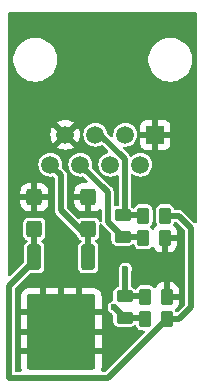
<source format=gtl>
%TF.GenerationSoftware,KiCad,Pcbnew,8.0.4*%
%TF.CreationDate,2024-08-22T22:44:09+01:00*%
%TF.ProjectId,PicoChainTerminator,5069636f-4368-4616-996e-5465726d696e,v1.1*%
%TF.SameCoordinates,Original*%
%TF.FileFunction,Copper,L1,Top*%
%TF.FilePolarity,Positive*%
%FSLAX46Y46*%
G04 Gerber Fmt 4.6, Leading zero omitted, Abs format (unit mm)*
G04 Created by KiCad (PCBNEW 8.0.4) date 2024-08-22 22:44:09*
%MOMM*%
%LPD*%
G01*
G04 APERTURE LIST*
G04 Aperture macros list*
%AMRoundRect*
0 Rectangle with rounded corners*
0 $1 Rounding radius*
0 $2 $3 $4 $5 $6 $7 $8 $9 X,Y pos of 4 corners*
0 Add a 4 corners polygon primitive as box body*
4,1,4,$2,$3,$4,$5,$6,$7,$8,$9,$2,$3,0*
0 Add four circle primitives for the rounded corners*
1,1,$1+$1,$2,$3*
1,1,$1+$1,$4,$5*
1,1,$1+$1,$6,$7*
1,1,$1+$1,$8,$9*
0 Add four rect primitives between the rounded corners*
20,1,$1+$1,$2,$3,$4,$5,0*
20,1,$1+$1,$4,$5,$6,$7,0*
20,1,$1+$1,$6,$7,$8,$9,0*
20,1,$1+$1,$8,$9,$2,$3,0*%
G04 Aperture macros list end*
%TA.AperFunction,SMDPad,CuDef*%
%ADD10RoundRect,0.250000X-0.262500X-0.450000X0.262500X-0.450000X0.262500X0.450000X-0.262500X0.450000X0*%
%TD*%
%TA.AperFunction,SMDPad,CuDef*%
%ADD11RoundRect,0.250000X0.425000X-0.450000X0.425000X0.450000X-0.425000X0.450000X-0.425000X-0.450000X0*%
%TD*%
%TA.AperFunction,SMDPad,CuDef*%
%ADD12RoundRect,0.250000X-0.450000X0.262500X-0.450000X-0.262500X0.450000X-0.262500X0.450000X0.262500X0*%
%TD*%
%TA.AperFunction,SMDPad,CuDef*%
%ADD13RoundRect,0.250000X-0.350000X0.850000X-0.350000X-0.850000X0.350000X-0.850000X0.350000X0.850000X0*%
%TD*%
%TA.AperFunction,SMDPad,CuDef*%
%ADD14RoundRect,0.250000X-1.125000X1.275000X-1.125000X-1.275000X1.125000X-1.275000X1.125000X1.275000X0*%
%TD*%
%TA.AperFunction,SMDPad,CuDef*%
%ADD15RoundRect,0.249997X-2.650003X2.950003X-2.650003X-2.950003X2.650003X-2.950003X2.650003X2.950003X0*%
%TD*%
%TA.AperFunction,SMDPad,CuDef*%
%ADD16RoundRect,0.250000X0.450000X-0.262500X0.450000X0.262500X-0.450000X0.262500X-0.450000X-0.262500X0*%
%TD*%
%TA.AperFunction,ComponentPad*%
%ADD17R,1.500000X1.500000*%
%TD*%
%TA.AperFunction,ComponentPad*%
%ADD18C,1.500000*%
%TD*%
%TA.AperFunction,ViaPad*%
%ADD19C,0.600000*%
%TD*%
%TA.AperFunction,Conductor*%
%ADD20C,0.508000*%
%TD*%
G04 APERTURE END LIST*
D10*
%TO.P,R6,1*%
%TO.N,Net-(J1-Pad6)*%
X101980500Y-87620000D03*
%TO.P,R6,2*%
%TO.N,GND*%
X103805500Y-87620000D03*
%TD*%
D11*
%TO.P,C1,1*%
%TO.N,+12V*%
X97313500Y-86850000D03*
%TO.P,C1,2*%
%TO.N,GND*%
X97313500Y-84150000D03*
%TD*%
%TO.P,C2,1*%
%TO.N,+5V*%
X92741500Y-86850000D03*
%TO.P,C2,2*%
%TO.N,GND*%
X92741500Y-84150000D03*
%TD*%
D12*
%TO.P,R4,1*%
%TO.N,Net-(J1-Pad5)*%
X100226000Y-85691500D03*
%TO.P,R4,2*%
%TO.N,Net-(J1-Pad6)*%
X100226000Y-87516500D03*
%TD*%
D13*
%TO.P,U1,1,VI*%
%TO.N,+12V*%
X97305000Y-89250000D03*
D14*
%TO.P,U1,2,GND*%
%TO.N,GND*%
X96550000Y-93875000D03*
X93500000Y-93875000D03*
D15*
X95025000Y-95550000D03*
D14*
X96550000Y-97225000D03*
X93500000Y-97225000D03*
D13*
%TO.P,U1,3,VO*%
%TO.N,+5V*%
X92745000Y-89250000D03*
%TD*%
D10*
%TO.P,R2,1*%
%TO.N,Net-(J1-Pad4)*%
X102131000Y-94478000D03*
%TO.P,R2,2*%
%TO.N,+5V*%
X103956000Y-94478000D03*
%TD*%
%TO.P,R3,1*%
%TO.N,Net-(J1-Pad3)*%
X102131000Y-92573000D03*
%TO.P,R3,2*%
%TO.N,GND*%
X103956000Y-92573000D03*
%TD*%
D16*
%TO.P,R1,1*%
%TO.N,Net-(J1-Pad4)*%
X100376500Y-94374500D03*
%TO.P,R1,2*%
%TO.N,Net-(J1-Pad3)*%
X100376500Y-92549500D03*
%TD*%
D17*
%TO.P,J1,1*%
%TO.N,GND*%
X102984500Y-78877000D03*
D18*
%TO.P,J1,2*%
%TO.N,unconnected-(J1-Pad2)*%
X101714500Y-81417000D03*
%TO.P,J1,3*%
%TO.N,Net-(J1-Pad3)*%
X100444500Y-78877000D03*
%TO.P,J1,4*%
%TO.N,Net-(J1-Pad4)*%
X99174500Y-81417000D03*
%TO.P,J1,5*%
%TO.N,Net-(J1-Pad5)*%
X97904500Y-78877000D03*
%TO.P,J1,6*%
%TO.N,Net-(J1-Pad6)*%
X96634500Y-81417000D03*
%TO.P,J1,7*%
%TO.N,GND*%
X95364500Y-78877000D03*
%TO.P,J1,8*%
%TO.N,+12V*%
X94094500Y-81417000D03*
%TD*%
D10*
%TO.P,R5,1*%
%TO.N,Net-(J1-Pad5)*%
X101980500Y-85715000D03*
%TO.P,R5,2*%
%TO.N,+5V*%
X103805500Y-85715000D03*
%TD*%
D19*
%TO.N,Net-(J1-Pad3)*%
X100444500Y-90250000D03*
%TO.N,Net-(J1-Pad4)*%
X99501000Y-93499000D03*
%TD*%
D20*
%TO.N,Net-(J1-Pad3)*%
X100444500Y-90250000D02*
X100444500Y-92481500D01*
X100376500Y-92549500D02*
X102107500Y-92549500D01*
X100444500Y-92481500D02*
X100376500Y-92549500D01*
X102107500Y-92549500D02*
X102131000Y-92573000D01*
%TO.N,+5V*%
X90554000Y-99446000D02*
X98988000Y-99446000D01*
X105022000Y-94478000D02*
X106000000Y-93500000D01*
X92741500Y-87074000D02*
X92741500Y-87774000D01*
X92741500Y-87074000D02*
X92741500Y-89521500D01*
X98988000Y-99446000D02*
X103956000Y-94478000D01*
X90554000Y-91716000D02*
X90554000Y-99446000D01*
X106000000Y-93500000D02*
X106000000Y-86750000D01*
X104965000Y-85715000D02*
X103805500Y-85715000D01*
X92745000Y-89525000D02*
X90554000Y-91716000D01*
X106000000Y-86750000D02*
X104965000Y-85715000D01*
X103956000Y-94478000D02*
X105022000Y-94478000D01*
%TO.N,Net-(J1-Pad5)*%
X100378500Y-85539000D02*
X100226000Y-85691500D01*
X100378500Y-80918286D02*
X100378500Y-85539000D01*
X98337214Y-78877000D02*
X100378500Y-80918286D01*
X97904500Y-78877000D02*
X98337214Y-78877000D01*
X101957000Y-85691500D02*
X101980500Y-85715000D01*
X100226000Y-85691500D02*
X101957000Y-85691500D01*
%TO.N,+12V*%
X95000000Y-82322500D02*
X95000000Y-85250000D01*
X97313500Y-87074000D02*
X97313500Y-89516500D01*
X94094500Y-81417000D02*
X95000000Y-82322500D01*
X96824000Y-87074000D02*
X97313500Y-87074000D01*
X95000000Y-85250000D02*
X96824000Y-87074000D01*
%TO.N,Net-(J1-Pad6)*%
X100226000Y-87516500D02*
X101877000Y-87516500D01*
X101877000Y-87516500D02*
X101980500Y-87620000D01*
X96634500Y-81417000D02*
X98956000Y-83738500D01*
X98956000Y-86246500D02*
X100226000Y-87516500D01*
X98956000Y-83738500D02*
X98956000Y-86246500D01*
%TO.N,Net-(J1-Pad4)*%
X99501000Y-93499000D02*
X100376500Y-94374500D01*
X100376500Y-94374500D02*
X102027500Y-94374500D01*
X102027500Y-94374500D02*
X102131000Y-94478000D01*
%TD*%
%TA.AperFunction,Conductor*%
%TO.N,GND*%
G36*
X106441621Y-68520502D02*
G01*
X106488114Y-68574158D01*
X106499500Y-68626500D01*
X106499500Y-86226181D01*
X106479498Y-86294302D01*
X106425842Y-86340795D01*
X106355568Y-86350899D01*
X106290988Y-86321405D01*
X106284405Y-86315276D01*
X105277233Y-85308104D01*
X105277223Y-85308096D01*
X105161278Y-85241155D01*
X105161276Y-85241154D01*
X105161274Y-85241153D01*
X105031945Y-85206500D01*
X105031943Y-85206500D01*
X104672113Y-85206500D01*
X104603992Y-85186498D01*
X104557499Y-85132842D01*
X104554058Y-85124533D01*
X104515342Y-85020733D01*
X104476802Y-84969249D01*
X104428404Y-84904596D01*
X104312267Y-84817658D01*
X104312265Y-84817657D01*
X104312266Y-84817657D01*
X104176349Y-84766962D01*
X104176344Y-84766960D01*
X104176342Y-84766960D01*
X104146298Y-84763730D01*
X104116256Y-84760500D01*
X103494753Y-84760500D01*
X103494729Y-84760502D01*
X103434660Y-84766959D01*
X103434658Y-84766959D01*
X103298733Y-84817657D01*
X103182596Y-84904596D01*
X103095657Y-85020734D01*
X103044962Y-85156650D01*
X103044960Y-85156658D01*
X103038500Y-85216737D01*
X103038500Y-86213246D01*
X103038502Y-86213270D01*
X103044959Y-86273339D01*
X103044959Y-86273341D01*
X103095656Y-86409264D01*
X103098700Y-86414838D01*
X103113788Y-86484213D01*
X103088973Y-86550732D01*
X103074386Y-86565711D01*
X103074850Y-86566175D01*
X102944370Y-86696654D01*
X102944365Y-86696660D01*
X102849325Y-86850745D01*
X102796539Y-86898223D01*
X102726464Y-86909626D01*
X102661348Y-86881333D01*
X102641217Y-86860109D01*
X102603404Y-86809596D01*
X102603402Y-86809595D01*
X102603402Y-86809594D01*
X102548330Y-86768369D01*
X102505783Y-86711534D01*
X102500717Y-86640718D01*
X102534742Y-86578405D01*
X102548330Y-86566631D01*
X102603404Y-86525404D01*
X102690342Y-86409267D01*
X102741040Y-86273342D01*
X102747500Y-86213255D01*
X102747499Y-85216746D01*
X102741040Y-85156658D01*
X102690342Y-85020733D01*
X102603404Y-84904596D01*
X102487267Y-84817658D01*
X102487265Y-84817657D01*
X102487266Y-84817657D01*
X102351349Y-84766962D01*
X102351344Y-84766960D01*
X102351342Y-84766960D01*
X102321298Y-84763730D01*
X102291256Y-84760500D01*
X101669753Y-84760500D01*
X101669729Y-84760502D01*
X101609660Y-84766959D01*
X101609658Y-84766959D01*
X101473733Y-84817657D01*
X101357596Y-84904596D01*
X101270658Y-85020733D01*
X101261480Y-85045340D01*
X101218933Y-85102175D01*
X101152413Y-85126985D01*
X101083039Y-85111893D01*
X101042557Y-85076815D01*
X101036405Y-85068598D01*
X101036406Y-85068598D01*
X101036404Y-85068596D01*
X100937490Y-84994551D01*
X100894945Y-84937716D01*
X100887000Y-84893683D01*
X100887000Y-82303756D01*
X100907002Y-82235635D01*
X100960658Y-82189142D01*
X101030932Y-82179038D01*
X101092931Y-82206355D01*
X101153730Y-82256252D01*
X101328235Y-82349527D01*
X101517584Y-82406965D01*
X101517588Y-82406965D01*
X101517590Y-82406966D01*
X101714497Y-82426360D01*
X101714500Y-82426360D01*
X101714503Y-82426360D01*
X101911409Y-82406966D01*
X101911410Y-82406965D01*
X101911416Y-82406965D01*
X102100765Y-82349527D01*
X102275270Y-82256252D01*
X102428225Y-82130725D01*
X102553752Y-81977770D01*
X102647027Y-81803265D01*
X102704465Y-81613916D01*
X102723860Y-81417000D01*
X102704465Y-81220084D01*
X102647027Y-81030735D01*
X102553752Y-80856230D01*
X102428225Y-80703275D01*
X102275270Y-80577748D01*
X102100765Y-80484473D01*
X101911416Y-80427035D01*
X101911415Y-80427034D01*
X101911409Y-80427033D01*
X101714503Y-80407640D01*
X101714497Y-80407640D01*
X101517590Y-80427033D01*
X101328234Y-80484473D01*
X101153729Y-80577748D01*
X101007524Y-80697736D01*
X100942176Y-80725490D01*
X100872198Y-80713508D01*
X100819806Y-80665596D01*
X100818471Y-80663337D01*
X100785403Y-80606062D01*
X100785398Y-80606056D01*
X100546510Y-80367168D01*
X100273320Y-80093978D01*
X100239297Y-80031668D01*
X100244361Y-79960853D01*
X100286908Y-79904017D01*
X100353428Y-79879206D01*
X100374767Y-79879492D01*
X100444497Y-79886360D01*
X100444500Y-79886360D01*
X100444503Y-79886360D01*
X100641409Y-79866966D01*
X100641410Y-79866965D01*
X100641416Y-79866965D01*
X100830765Y-79809527D01*
X101005270Y-79716252D01*
X101158225Y-79590725D01*
X101283752Y-79437770D01*
X101377027Y-79263265D01*
X101434465Y-79073916D01*
X101435047Y-79068014D01*
X101453860Y-78877002D01*
X101453860Y-78876997D01*
X101434466Y-78680090D01*
X101434465Y-78680088D01*
X101434465Y-78680084D01*
X101377027Y-78490735D01*
X101283752Y-78316230D01*
X101158225Y-78163275D01*
X101054807Y-78078402D01*
X101726500Y-78078402D01*
X101726500Y-78623000D01*
X102701099Y-78623000D01*
X102680424Y-78643675D01*
X102630396Y-78730325D01*
X102604500Y-78826972D01*
X102604500Y-78927028D01*
X102630396Y-79023675D01*
X102680424Y-79110325D01*
X102701099Y-79131000D01*
X101726500Y-79131000D01*
X101726500Y-79675597D01*
X101733005Y-79736093D01*
X101784055Y-79872964D01*
X101784055Y-79872965D01*
X101871595Y-79989904D01*
X101988534Y-80077444D01*
X102125406Y-80128494D01*
X102185902Y-80134999D01*
X102185915Y-80135000D01*
X102730500Y-80135000D01*
X102730500Y-79160401D01*
X102751175Y-79181076D01*
X102837825Y-79231104D01*
X102934472Y-79257000D01*
X103034528Y-79257000D01*
X103131175Y-79231104D01*
X103217825Y-79181076D01*
X103238500Y-79160401D01*
X103238500Y-80135000D01*
X103783085Y-80135000D01*
X103783097Y-80134999D01*
X103843593Y-80128494D01*
X103980464Y-80077444D01*
X103980465Y-80077444D01*
X104097404Y-79989904D01*
X104184944Y-79872965D01*
X104184944Y-79872964D01*
X104235994Y-79736093D01*
X104242499Y-79675597D01*
X104242500Y-79675585D01*
X104242500Y-79131000D01*
X103267901Y-79131000D01*
X103288576Y-79110325D01*
X103338604Y-79023675D01*
X103364500Y-78927028D01*
X103364500Y-78826972D01*
X103338604Y-78730325D01*
X103288576Y-78643675D01*
X103267901Y-78623000D01*
X104242500Y-78623000D01*
X104242500Y-78078414D01*
X104242499Y-78078402D01*
X104235994Y-78017906D01*
X104184944Y-77881035D01*
X104184944Y-77881034D01*
X104097404Y-77764095D01*
X103980465Y-77676555D01*
X103843593Y-77625505D01*
X103783097Y-77619000D01*
X103238500Y-77619000D01*
X103238500Y-78593599D01*
X103217825Y-78572924D01*
X103131175Y-78522896D01*
X103034528Y-78497000D01*
X102934472Y-78497000D01*
X102837825Y-78522896D01*
X102751175Y-78572924D01*
X102730500Y-78593599D01*
X102730500Y-77619000D01*
X102185902Y-77619000D01*
X102125406Y-77625505D01*
X101988535Y-77676555D01*
X101988534Y-77676555D01*
X101871595Y-77764095D01*
X101784055Y-77881034D01*
X101784055Y-77881035D01*
X101733005Y-78017906D01*
X101726500Y-78078402D01*
X101054807Y-78078402D01*
X101005270Y-78037748D01*
X100830765Y-77944473D01*
X100641416Y-77887035D01*
X100641415Y-77887034D01*
X100641409Y-77887033D01*
X100444503Y-77867640D01*
X100444497Y-77867640D01*
X100247590Y-77887033D01*
X100058234Y-77944473D01*
X99883729Y-78037748D01*
X99730775Y-78163275D01*
X99605248Y-78316229D01*
X99511973Y-78490734D01*
X99454533Y-78680090D01*
X99435140Y-78876997D01*
X99435140Y-78877004D01*
X99442007Y-78946733D01*
X99428778Y-79016486D01*
X99379937Y-79068014D01*
X99310992Y-79084957D01*
X99243832Y-79061935D01*
X99227519Y-79048177D01*
X98930172Y-78750830D01*
X98896146Y-78688518D01*
X98895778Y-78686142D01*
X98895675Y-78686163D01*
X98894467Y-78680094D01*
X98894465Y-78680089D01*
X98894465Y-78680084D01*
X98837027Y-78490735D01*
X98743752Y-78316230D01*
X98618225Y-78163275D01*
X98465270Y-78037748D01*
X98290765Y-77944473D01*
X98101416Y-77887035D01*
X98101415Y-77887034D01*
X98101409Y-77887033D01*
X97904503Y-77867640D01*
X97904497Y-77867640D01*
X97707590Y-77887033D01*
X97518234Y-77944473D01*
X97343729Y-78037748D01*
X97190775Y-78163275D01*
X97065248Y-78316229D01*
X96971973Y-78490734D01*
X96914533Y-78680090D01*
X96895140Y-78876997D01*
X96895140Y-78877002D01*
X96914533Y-79073909D01*
X96914534Y-79073915D01*
X96914535Y-79073916D01*
X96971973Y-79263265D01*
X97065248Y-79437770D01*
X97190775Y-79590725D01*
X97343730Y-79716252D01*
X97518235Y-79809527D01*
X97707584Y-79866965D01*
X97707588Y-79866965D01*
X97707590Y-79866966D01*
X97904497Y-79886360D01*
X97904500Y-79886360D01*
X97904503Y-79886360D01*
X98101409Y-79866966D01*
X98101410Y-79866965D01*
X98101416Y-79866965D01*
X98290765Y-79809527D01*
X98377686Y-79763066D01*
X98447192Y-79748593D01*
X98513488Y-79773996D01*
X98526178Y-79785092D01*
X98975127Y-80234041D01*
X99009153Y-80296353D01*
X99004088Y-80367168D01*
X98961541Y-80424004D01*
X98922608Y-80443710D01*
X98788240Y-80484470D01*
X98788235Y-80484472D01*
X98613729Y-80577748D01*
X98460775Y-80703275D01*
X98335248Y-80856229D01*
X98241973Y-81030734D01*
X98184533Y-81220090D01*
X98165140Y-81416997D01*
X98165140Y-81417002D01*
X98184533Y-81613909D01*
X98184534Y-81613915D01*
X98184535Y-81613916D01*
X98241973Y-81803265D01*
X98335248Y-81977770D01*
X98460775Y-82130725D01*
X98613730Y-82256252D01*
X98788235Y-82349527D01*
X98977584Y-82406965D01*
X98977588Y-82406965D01*
X98977590Y-82406966D01*
X99174497Y-82426360D01*
X99174500Y-82426360D01*
X99174503Y-82426360D01*
X99371409Y-82406966D01*
X99371410Y-82406965D01*
X99371416Y-82406965D01*
X99560765Y-82349527D01*
X99684606Y-82283332D01*
X99754109Y-82268861D01*
X99820406Y-82294264D01*
X99862444Y-82351477D01*
X99870000Y-82394455D01*
X99870000Y-84798500D01*
X99849998Y-84866621D01*
X99796342Y-84913114D01*
X99744006Y-84924500D01*
X99727743Y-84924500D01*
X99667660Y-84930959D01*
X99667658Y-84930959D01*
X99634533Y-84943315D01*
X99563717Y-84948381D01*
X99501405Y-84914356D01*
X99467380Y-84852044D01*
X99464500Y-84825260D01*
X99464500Y-83671556D01*
X99464500Y-83671555D01*
X99429847Y-83542226D01*
X99362901Y-83426274D01*
X99268226Y-83331599D01*
X97659823Y-81723195D01*
X97625797Y-81660883D01*
X97625437Y-81620231D01*
X97623858Y-81620076D01*
X97624466Y-81613909D01*
X97643860Y-81417000D01*
X97624465Y-81220084D01*
X97567027Y-81030735D01*
X97473752Y-80856230D01*
X97348225Y-80703275D01*
X97195270Y-80577748D01*
X97020765Y-80484473D01*
X96831416Y-80427035D01*
X96831415Y-80427034D01*
X96831409Y-80427033D01*
X96634503Y-80407640D01*
X96634497Y-80407640D01*
X96437590Y-80427033D01*
X96248234Y-80484473D01*
X96073729Y-80577748D01*
X95920775Y-80703275D01*
X95795248Y-80856229D01*
X95701973Y-81030734D01*
X95644533Y-81220090D01*
X95625140Y-81416997D01*
X95625140Y-81417002D01*
X95644533Y-81613909D01*
X95644534Y-81613915D01*
X95644535Y-81613916D01*
X95701973Y-81803265D01*
X95795248Y-81977770D01*
X95920775Y-82130725D01*
X96073730Y-82256252D01*
X96248235Y-82349527D01*
X96437584Y-82406965D01*
X96437588Y-82406965D01*
X96437590Y-82406966D01*
X96634497Y-82426360D01*
X96634500Y-82426360D01*
X96634502Y-82426360D01*
X96718658Y-82418070D01*
X96831416Y-82406965D01*
X96831417Y-82406964D01*
X96837576Y-82406358D01*
X96837817Y-82408808D01*
X96897718Y-82414161D01*
X96940695Y-82442323D01*
X97225277Y-82726905D01*
X97259303Y-82789217D01*
X97254238Y-82860032D01*
X97211691Y-82916868D01*
X97145171Y-82941679D01*
X97136182Y-82942000D01*
X96837983Y-82942000D01*
X96734181Y-82952605D01*
X96734178Y-82952606D01*
X96565974Y-83008342D01*
X96415160Y-83101365D01*
X96415154Y-83101370D01*
X96289870Y-83226654D01*
X96289865Y-83226660D01*
X96196842Y-83377474D01*
X96141106Y-83545678D01*
X96141105Y-83545681D01*
X96130500Y-83649483D01*
X96130500Y-83896000D01*
X97441500Y-83896000D01*
X97509621Y-83916002D01*
X97556114Y-83969658D01*
X97567500Y-84022000D01*
X97567500Y-85358000D01*
X97789017Y-85358000D01*
X97789016Y-85357999D01*
X97892818Y-85347394D01*
X97892821Y-85347393D01*
X98061025Y-85291657D01*
X98211839Y-85198634D01*
X98211845Y-85198629D01*
X98232405Y-85178070D01*
X98294717Y-85144044D01*
X98365532Y-85149109D01*
X98422368Y-85191656D01*
X98447179Y-85258176D01*
X98447500Y-85267165D01*
X98447500Y-86158894D01*
X98427498Y-86227015D01*
X98373842Y-86273508D01*
X98303568Y-86283612D01*
X98238988Y-86254118D01*
X98203445Y-86202927D01*
X98185842Y-86155734D01*
X98185842Y-86155733D01*
X98098904Y-86039596D01*
X97982767Y-85952658D01*
X97982765Y-85952657D01*
X97982766Y-85952657D01*
X97846849Y-85901962D01*
X97846844Y-85901960D01*
X97846842Y-85901960D01*
X97816798Y-85898730D01*
X97786756Y-85895500D01*
X96840253Y-85895500D01*
X96840229Y-85895502D01*
X96780160Y-85901959D01*
X96780158Y-85901959D01*
X96644234Y-85952657D01*
X96604417Y-85982463D01*
X96537896Y-86007272D01*
X96468522Y-85992179D01*
X96439818Y-85970691D01*
X95545402Y-85076274D01*
X95511379Y-85013965D01*
X95508500Y-84987182D01*
X95508500Y-84650516D01*
X96130500Y-84650516D01*
X96141105Y-84754318D01*
X96141106Y-84754321D01*
X96196842Y-84922525D01*
X96289865Y-85073339D01*
X96289870Y-85073345D01*
X96415154Y-85198629D01*
X96415160Y-85198634D01*
X96565974Y-85291657D01*
X96734178Y-85347393D01*
X96734181Y-85347394D01*
X96837983Y-85357999D01*
X96837983Y-85358000D01*
X97059500Y-85358000D01*
X97059500Y-84404000D01*
X96130500Y-84404000D01*
X96130500Y-84650516D01*
X95508500Y-84650516D01*
X95508500Y-82255556D01*
X95508500Y-82255555D01*
X95473847Y-82126226D01*
X95406901Y-82010273D01*
X95119821Y-81723193D01*
X95085798Y-81660883D01*
X95085437Y-81620231D01*
X95083858Y-81620076D01*
X95084466Y-81613909D01*
X95103860Y-81417000D01*
X95084465Y-81220084D01*
X95027027Y-81030735D01*
X94933752Y-80856230D01*
X94808225Y-80703275D01*
X94655270Y-80577748D01*
X94480765Y-80484473D01*
X94291416Y-80427035D01*
X94291415Y-80427034D01*
X94291409Y-80427033D01*
X94094503Y-80407640D01*
X94094497Y-80407640D01*
X93897590Y-80427033D01*
X93708234Y-80484473D01*
X93533729Y-80577748D01*
X93380775Y-80703275D01*
X93255248Y-80856229D01*
X93161973Y-81030734D01*
X93104533Y-81220090D01*
X93085140Y-81416997D01*
X93085140Y-81417002D01*
X93104533Y-81613909D01*
X93104534Y-81613915D01*
X93104535Y-81613916D01*
X93161973Y-81803265D01*
X93255248Y-81977770D01*
X93380775Y-82130725D01*
X93533730Y-82256252D01*
X93708235Y-82349527D01*
X93897584Y-82406965D01*
X93897588Y-82406965D01*
X93897590Y-82406966D01*
X94094497Y-82426360D01*
X94094500Y-82426360D01*
X94094502Y-82426360D01*
X94178658Y-82418070D01*
X94291416Y-82406965D01*
X94291417Y-82406964D01*
X94297576Y-82406358D01*
X94297817Y-82408808D01*
X94357718Y-82414161D01*
X94400695Y-82442323D01*
X94454595Y-82496223D01*
X94488621Y-82558535D01*
X94491500Y-82585318D01*
X94491500Y-85183055D01*
X94491500Y-85316945D01*
X94526153Y-85446274D01*
X94526154Y-85446276D01*
X94526155Y-85446278D01*
X94593096Y-85562223D01*
X94593098Y-85562225D01*
X94593099Y-85562227D01*
X96353156Y-87322283D01*
X96387180Y-87384594D01*
X96389338Y-87397909D01*
X96390459Y-87408340D01*
X96390459Y-87408341D01*
X96441157Y-87544266D01*
X96441158Y-87544267D01*
X96528096Y-87660404D01*
X96644233Y-87747342D01*
X96655476Y-87751535D01*
X96712310Y-87794079D01*
X96737122Y-87860598D01*
X96722032Y-87929973D01*
X96686953Y-87970458D01*
X96594595Y-88039596D01*
X96507657Y-88155734D01*
X96456962Y-88291650D01*
X96456960Y-88291658D01*
X96450500Y-88351737D01*
X96450500Y-90148246D01*
X96450502Y-90148270D01*
X96456959Y-90208339D01*
X96456959Y-90208341D01*
X96507657Y-90344266D01*
X96507658Y-90344267D01*
X96594596Y-90460404D01*
X96710733Y-90547342D01*
X96846658Y-90598040D01*
X96906745Y-90604500D01*
X97703254Y-90604499D01*
X97763342Y-90598040D01*
X97899267Y-90547342D01*
X98015404Y-90460404D01*
X98102342Y-90344267D01*
X98153040Y-90208342D01*
X98159500Y-90148255D01*
X98159499Y-88351746D01*
X98153040Y-88291658D01*
X98102342Y-88155733D01*
X98015404Y-88039596D01*
X97993591Y-88023267D01*
X97928700Y-87974690D01*
X97886153Y-87917855D01*
X97881088Y-87847039D01*
X97915113Y-87784727D01*
X97960174Y-87755768D01*
X97982767Y-87747342D01*
X98098904Y-87660404D01*
X98185842Y-87544267D01*
X98236540Y-87408342D01*
X98243000Y-87348255D01*
X98242999Y-86498784D01*
X98263001Y-86430664D01*
X98316657Y-86384171D01*
X98386931Y-86374067D01*
X98451511Y-86403560D01*
X98478118Y-86435785D01*
X98549096Y-86558723D01*
X98549098Y-86558725D01*
X98549099Y-86558727D01*
X99234596Y-87244224D01*
X99268620Y-87306535D01*
X99271500Y-87333318D01*
X99271500Y-87827246D01*
X99271502Y-87827270D01*
X99277959Y-87887339D01*
X99277959Y-87887341D01*
X99328657Y-88023266D01*
X99350515Y-88052465D01*
X99415596Y-88139404D01*
X99531733Y-88226342D01*
X99667658Y-88277040D01*
X99727745Y-88283500D01*
X100724254Y-88283499D01*
X100784342Y-88277040D01*
X100920267Y-88226342D01*
X101033800Y-88141353D01*
X101100318Y-88116543D01*
X101169693Y-88131635D01*
X101219895Y-88181837D01*
X101227362Y-88198189D01*
X101256773Y-88277040D01*
X101270658Y-88314267D01*
X101357596Y-88430404D01*
X101473733Y-88517342D01*
X101609658Y-88568040D01*
X101669745Y-88574500D01*
X102291254Y-88574499D01*
X102351342Y-88568040D01*
X102487267Y-88517342D01*
X102603404Y-88430404D01*
X102641216Y-88379891D01*
X102698050Y-88337346D01*
X102768866Y-88332280D01*
X102831178Y-88366304D01*
X102849325Y-88389254D01*
X102944365Y-88543339D01*
X102944370Y-88543345D01*
X103069654Y-88668629D01*
X103069660Y-88668634D01*
X103220474Y-88761657D01*
X103388678Y-88817393D01*
X103388681Y-88817394D01*
X103492483Y-88827999D01*
X103492483Y-88828000D01*
X103551500Y-88828000D01*
X104059500Y-88828000D01*
X104118517Y-88828000D01*
X104118516Y-88827999D01*
X104222318Y-88817394D01*
X104222321Y-88817393D01*
X104390525Y-88761657D01*
X104541339Y-88668634D01*
X104541345Y-88668629D01*
X104666629Y-88543345D01*
X104666634Y-88543339D01*
X104759657Y-88392525D01*
X104815393Y-88224321D01*
X104815394Y-88224318D01*
X104825999Y-88120516D01*
X104826000Y-88120516D01*
X104826000Y-87874000D01*
X104059500Y-87874000D01*
X104059500Y-88828000D01*
X103551500Y-88828000D01*
X103551500Y-87492000D01*
X103571502Y-87423879D01*
X103625158Y-87377386D01*
X103677500Y-87366000D01*
X104826000Y-87366000D01*
X104826000Y-87119483D01*
X104815394Y-87015681D01*
X104815393Y-87015678D01*
X104759657Y-86847474D01*
X104666634Y-86696660D01*
X104666629Y-86696654D01*
X104536150Y-86566175D01*
X104537913Y-86564411D01*
X104503712Y-86516116D01*
X104500520Y-86445192D01*
X104512303Y-86414832D01*
X104515335Y-86409275D01*
X104515342Y-86409267D01*
X104550724Y-86314405D01*
X104554058Y-86305467D01*
X104596604Y-86248631D01*
X104663125Y-86223821D01*
X104672113Y-86223500D01*
X104702182Y-86223500D01*
X104770303Y-86243502D01*
X104791277Y-86260405D01*
X105454595Y-86923723D01*
X105488621Y-86986035D01*
X105491500Y-87012818D01*
X105491500Y-93237182D01*
X105471498Y-93305303D01*
X105454599Y-93326272D01*
X105173372Y-93607500D01*
X104894476Y-93886396D01*
X104832164Y-93920421D01*
X104761348Y-93915356D01*
X104704513Y-93872809D01*
X104687327Y-93841338D01*
X104665842Y-93783733D01*
X104665838Y-93783728D01*
X104662801Y-93778164D01*
X104647711Y-93708789D01*
X104672524Y-93642269D01*
X104687115Y-93627290D01*
X104686650Y-93626825D01*
X104817129Y-93496345D01*
X104817134Y-93496339D01*
X104910157Y-93345525D01*
X104965893Y-93177321D01*
X104965894Y-93177318D01*
X104976499Y-93073516D01*
X104976500Y-93073516D01*
X104976500Y-92827000D01*
X103828000Y-92827000D01*
X103759879Y-92806998D01*
X103713386Y-92753342D01*
X103702000Y-92701000D01*
X103702000Y-92319000D01*
X104210000Y-92319000D01*
X104976500Y-92319000D01*
X104976500Y-92072483D01*
X104965894Y-91968681D01*
X104965893Y-91968678D01*
X104910157Y-91800474D01*
X104817134Y-91649660D01*
X104817129Y-91649654D01*
X104691845Y-91524370D01*
X104691839Y-91524365D01*
X104541025Y-91431342D01*
X104372821Y-91375606D01*
X104372818Y-91375605D01*
X104269016Y-91365000D01*
X104210000Y-91365000D01*
X104210000Y-92319000D01*
X103702000Y-92319000D01*
X103702000Y-91365000D01*
X103642983Y-91365000D01*
X103539181Y-91375605D01*
X103539178Y-91375606D01*
X103370974Y-91431342D01*
X103220160Y-91524365D01*
X103220154Y-91524370D01*
X103094870Y-91649654D01*
X103094865Y-91649660D01*
X102999825Y-91803745D01*
X102947039Y-91851223D01*
X102876964Y-91862626D01*
X102811848Y-91834333D01*
X102791717Y-91813109D01*
X102753904Y-91762596D01*
X102753902Y-91762595D01*
X102753902Y-91762594D01*
X102681304Y-91708249D01*
X102637767Y-91675658D01*
X102637765Y-91675657D01*
X102637766Y-91675657D01*
X102501849Y-91624962D01*
X102501844Y-91624960D01*
X102501842Y-91624960D01*
X102471798Y-91621730D01*
X102441756Y-91618500D01*
X101820253Y-91618500D01*
X101820229Y-91618502D01*
X101760160Y-91624959D01*
X101760158Y-91624959D01*
X101624233Y-91675657D01*
X101508096Y-91762596D01*
X101421158Y-91878733D01*
X101411980Y-91903340D01*
X101369433Y-91960175D01*
X101302913Y-91984985D01*
X101233539Y-91969893D01*
X101193057Y-91934815D01*
X101186904Y-91926596D01*
X101070767Y-91839658D01*
X101070763Y-91839656D01*
X101034966Y-91826304D01*
X100978131Y-91783756D01*
X100953321Y-91717236D01*
X100953000Y-91708249D01*
X100953000Y-90496415D01*
X100962591Y-90448197D01*
X100965527Y-90441107D01*
X100984728Y-90394754D01*
X101003785Y-90250000D01*
X100984728Y-90105246D01*
X100928855Y-89970358D01*
X100839974Y-89854526D01*
X100839972Y-89854524D01*
X100839971Y-89854523D01*
X100724149Y-89765649D01*
X100724141Y-89765644D01*
X100589252Y-89709771D01*
X100444500Y-89690715D01*
X100299747Y-89709771D01*
X100232302Y-89737708D01*
X100164858Y-89765645D01*
X100164857Y-89765646D01*
X100164856Y-89765646D01*
X100049026Y-89854526D01*
X99960146Y-89970356D01*
X99960145Y-89970358D01*
X99932208Y-90037802D01*
X99904271Y-90105247D01*
X99885215Y-90249999D01*
X99885215Y-90250000D01*
X99904271Y-90394753D01*
X99904272Y-90394754D01*
X99926409Y-90448197D01*
X99936000Y-90496415D01*
X99936000Y-91663110D01*
X99915998Y-91731231D01*
X99862342Y-91777724D01*
X99823475Y-91788387D01*
X99818165Y-91788958D01*
X99818158Y-91788959D01*
X99682233Y-91839657D01*
X99566096Y-91926596D01*
X99479157Y-92042734D01*
X99428462Y-92178650D01*
X99428460Y-92178658D01*
X99422000Y-92238737D01*
X99422000Y-92847344D01*
X99401998Y-92915465D01*
X99348342Y-92961958D01*
X99344220Y-92963752D01*
X99221361Y-93014643D01*
X99221356Y-93014646D01*
X99105526Y-93103526D01*
X99016646Y-93219356D01*
X99016645Y-93219358D01*
X99009262Y-93237182D01*
X98960771Y-93354247D01*
X98941715Y-93498999D01*
X98941715Y-93499000D01*
X98960771Y-93643752D01*
X99016644Y-93778641D01*
X99016649Y-93778649D01*
X99105525Y-93894474D01*
X99221350Y-93983350D01*
X99221357Y-93983355D01*
X99274804Y-94005493D01*
X99315678Y-94032806D01*
X99385095Y-94102223D01*
X99419121Y-94164535D01*
X99422000Y-94191318D01*
X99422000Y-94685246D01*
X99422002Y-94685270D01*
X99428459Y-94745339D01*
X99428459Y-94745341D01*
X99479157Y-94881266D01*
X99479158Y-94881267D01*
X99566096Y-94997404D01*
X99682233Y-95084342D01*
X99818158Y-95135040D01*
X99878245Y-95141500D01*
X100874754Y-95141499D01*
X100934842Y-95135040D01*
X101070767Y-95084342D01*
X101184300Y-94999353D01*
X101250818Y-94974543D01*
X101320193Y-94989635D01*
X101370395Y-95039837D01*
X101377862Y-95056189D01*
X101407273Y-95135040D01*
X101421158Y-95172267D01*
X101508096Y-95288404D01*
X101624233Y-95375342D01*
X101760158Y-95426040D01*
X101820245Y-95432500D01*
X101978182Y-95432499D01*
X102046301Y-95452501D01*
X102092794Y-95506156D01*
X102102899Y-95576430D01*
X102073406Y-95641011D01*
X102067276Y-95647594D01*
X98814277Y-98900595D01*
X98751965Y-98934620D01*
X98725182Y-98937500D01*
X98503049Y-98937500D01*
X98434928Y-98917498D01*
X98388435Y-98863842D01*
X98378331Y-98793568D01*
X98383445Y-98771867D01*
X98422392Y-98654333D01*
X98422394Y-98654321D01*
X98432999Y-98550519D01*
X98433000Y-98550519D01*
X98433000Y-97479000D01*
X91617000Y-97479000D01*
X91617000Y-98550507D01*
X91624657Y-98625457D01*
X91624657Y-98625459D01*
X91627605Y-98654327D01*
X91666555Y-98771867D01*
X91668996Y-98842821D01*
X91632688Y-98903832D01*
X91569159Y-98935527D01*
X91546951Y-98937500D01*
X91188500Y-98937500D01*
X91120379Y-98917498D01*
X91073886Y-98863842D01*
X91062500Y-98811500D01*
X91062500Y-96971000D01*
X91617000Y-96971000D01*
X93246000Y-96971000D01*
X93754000Y-96971000D01*
X96296000Y-96971000D01*
X96804000Y-96971000D01*
X98433000Y-96971000D01*
X98432999Y-95804000D01*
X96804000Y-95804000D01*
X96804000Y-96971000D01*
X96296000Y-96971000D01*
X96296000Y-95804000D01*
X93754000Y-95804000D01*
X93754000Y-96971000D01*
X93246000Y-96971000D01*
X93246000Y-95804000D01*
X91617000Y-95804000D01*
X91617000Y-96971000D01*
X91062500Y-96971000D01*
X91062500Y-95296000D01*
X91617000Y-95296000D01*
X93246000Y-95296000D01*
X93754000Y-95296000D01*
X94771000Y-95296000D01*
X95279000Y-95296000D01*
X96296000Y-95296000D01*
X96804000Y-95296000D01*
X98432999Y-95296000D01*
X98432999Y-95206741D01*
X98433000Y-95206720D01*
X98433000Y-94129000D01*
X96804000Y-94129000D01*
X96804000Y-95296000D01*
X96296000Y-95296000D01*
X96296000Y-94129000D01*
X95279000Y-94129000D01*
X95279000Y-95296000D01*
X94771000Y-95296000D01*
X94771000Y-94129000D01*
X93754000Y-94129000D01*
X93754000Y-95296000D01*
X93246000Y-95296000D01*
X93246000Y-94129000D01*
X91617000Y-94129000D01*
X91617000Y-95296000D01*
X91062500Y-95296000D01*
X91062500Y-92549480D01*
X91617000Y-92549480D01*
X91617000Y-93621000D01*
X93246000Y-93621000D01*
X93754000Y-93621000D01*
X94771000Y-93621000D01*
X95279000Y-93621000D01*
X96296000Y-93621000D01*
X96804000Y-93621000D01*
X98433000Y-93621000D01*
X98433000Y-92549491D01*
X98423046Y-92452058D01*
X98422871Y-92448630D01*
X98422393Y-92445670D01*
X98366659Y-92277476D01*
X98273634Y-92126659D01*
X98273629Y-92126653D01*
X98148346Y-92001370D01*
X98148340Y-92001365D01*
X97997523Y-91908340D01*
X97829333Y-91852607D01*
X97829321Y-91852605D01*
X97725519Y-91842000D01*
X96804000Y-91842000D01*
X96804000Y-93621000D01*
X96296000Y-93621000D01*
X96296000Y-91842000D01*
X95279000Y-91842000D01*
X95279000Y-93621000D01*
X94771000Y-93621000D01*
X94771000Y-91842000D01*
X93754000Y-91842000D01*
X93754000Y-93621000D01*
X93246000Y-93621000D01*
X93246000Y-91842000D01*
X92324492Y-91842000D01*
X92249542Y-91849657D01*
X92249541Y-91849657D01*
X92220672Y-91852606D01*
X92052476Y-91908340D01*
X91901659Y-92001365D01*
X91901653Y-92001370D01*
X91776370Y-92126653D01*
X91776365Y-92126659D01*
X91683340Y-92277476D01*
X91627607Y-92445666D01*
X91627605Y-92445678D01*
X91617000Y-92549480D01*
X91062500Y-92549480D01*
X91062500Y-91978816D01*
X91082502Y-91910695D01*
X91099400Y-91889726D01*
X92347722Y-90641403D01*
X92410034Y-90607378D01*
X92436817Y-90604499D01*
X93143247Y-90604499D01*
X93143254Y-90604499D01*
X93203342Y-90598040D01*
X93339267Y-90547342D01*
X93455404Y-90460404D01*
X93542342Y-90344267D01*
X93593040Y-90208342D01*
X93599500Y-90148255D01*
X93599499Y-88351746D01*
X93593040Y-88291658D01*
X93542342Y-88155733D01*
X93455404Y-88039596D01*
X93433591Y-88023267D01*
X93364710Y-87971703D01*
X93322163Y-87914867D01*
X93317098Y-87844052D01*
X93351124Y-87781740D01*
X93396183Y-87752781D01*
X93410767Y-87747342D01*
X93526904Y-87660404D01*
X93613842Y-87544267D01*
X93664540Y-87408342D01*
X93671000Y-87348255D01*
X93670999Y-86351746D01*
X93664540Y-86291658D01*
X93613842Y-86155733D01*
X93526904Y-86039596D01*
X93410767Y-85952658D01*
X93410765Y-85952657D01*
X93410766Y-85952657D01*
X93274849Y-85901962D01*
X93274844Y-85901960D01*
X93274842Y-85901960D01*
X93244798Y-85898730D01*
X93214756Y-85895500D01*
X92268253Y-85895500D01*
X92268229Y-85895502D01*
X92208160Y-85901959D01*
X92208158Y-85901959D01*
X92072233Y-85952657D01*
X91956096Y-86039596D01*
X91869157Y-86155734D01*
X91818462Y-86291650D01*
X91818460Y-86291658D01*
X91812000Y-86351737D01*
X91812000Y-87348246D01*
X91812002Y-87348270D01*
X91818459Y-87408339D01*
X91818459Y-87408341D01*
X91869157Y-87544266D01*
X91869158Y-87544267D01*
X91956096Y-87660404D01*
X92072233Y-87747342D01*
X92091486Y-87754523D01*
X92148321Y-87797069D01*
X92173132Y-87863589D01*
X92158041Y-87932963D01*
X92122962Y-87973446D01*
X92034596Y-88039595D01*
X91947657Y-88155734D01*
X91896962Y-88291650D01*
X91896960Y-88291658D01*
X91890500Y-88351737D01*
X91890500Y-89608182D01*
X91870498Y-89676303D01*
X91853595Y-89697277D01*
X90715595Y-90835277D01*
X90653283Y-90869303D01*
X90582468Y-90864238D01*
X90525632Y-90821691D01*
X90500821Y-90755171D01*
X90500500Y-90746182D01*
X90500500Y-84650516D01*
X91558500Y-84650516D01*
X91569105Y-84754318D01*
X91569106Y-84754321D01*
X91624842Y-84922525D01*
X91717865Y-85073339D01*
X91717870Y-85073345D01*
X91843154Y-85198629D01*
X91843160Y-85198634D01*
X91993974Y-85291657D01*
X92162178Y-85347393D01*
X92162181Y-85347394D01*
X92265983Y-85357999D01*
X92265983Y-85358000D01*
X92487500Y-85358000D01*
X92995500Y-85358000D01*
X93217017Y-85358000D01*
X93217016Y-85357999D01*
X93320818Y-85347394D01*
X93320821Y-85347393D01*
X93489025Y-85291657D01*
X93639839Y-85198634D01*
X93639845Y-85198629D01*
X93765129Y-85073345D01*
X93765134Y-85073339D01*
X93858157Y-84922525D01*
X93913893Y-84754321D01*
X93913894Y-84754318D01*
X93924499Y-84650516D01*
X93924500Y-84650516D01*
X93924500Y-84404000D01*
X92995500Y-84404000D01*
X92995500Y-85358000D01*
X92487500Y-85358000D01*
X92487500Y-84404000D01*
X91558500Y-84404000D01*
X91558500Y-84650516D01*
X90500500Y-84650516D01*
X90500500Y-83649483D01*
X91558500Y-83649483D01*
X91558500Y-83896000D01*
X92487500Y-83896000D01*
X92995500Y-83896000D01*
X93924500Y-83896000D01*
X93924500Y-83649483D01*
X93913894Y-83545681D01*
X93913893Y-83545678D01*
X93858157Y-83377474D01*
X93765134Y-83226660D01*
X93765129Y-83226654D01*
X93639845Y-83101370D01*
X93639839Y-83101365D01*
X93489025Y-83008342D01*
X93320821Y-82952606D01*
X93320818Y-82952605D01*
X93217016Y-82942000D01*
X92995500Y-82942000D01*
X92995500Y-83896000D01*
X92487500Y-83896000D01*
X92487500Y-82942000D01*
X92265983Y-82942000D01*
X92162181Y-82952605D01*
X92162178Y-82952606D01*
X91993974Y-83008342D01*
X91843160Y-83101365D01*
X91843154Y-83101370D01*
X91717870Y-83226654D01*
X91717865Y-83226660D01*
X91624842Y-83377474D01*
X91569106Y-83545678D01*
X91569105Y-83545681D01*
X91558500Y-83649483D01*
X90500500Y-83649483D01*
X90500500Y-78877000D01*
X94101695Y-78877000D01*
X94120880Y-79096287D01*
X94177850Y-79308903D01*
X94177852Y-79308907D01*
X94270879Y-79508403D01*
X94313300Y-79568987D01*
X94984500Y-78897788D01*
X94984500Y-78927028D01*
X95010396Y-79023675D01*
X95060424Y-79110325D01*
X95131175Y-79181076D01*
X95217825Y-79231104D01*
X95314472Y-79257000D01*
X95343710Y-79257000D01*
X94672511Y-79928197D01*
X94672511Y-79928198D01*
X94733097Y-79970621D01*
X94932592Y-80063647D01*
X94932596Y-80063649D01*
X95145212Y-80120619D01*
X95364500Y-80139804D01*
X95583787Y-80120619D01*
X95796403Y-80063649D01*
X95796407Y-80063647D01*
X95995899Y-79970622D01*
X96056487Y-79928197D01*
X96056487Y-79928196D01*
X95385291Y-79257000D01*
X95414528Y-79257000D01*
X95511175Y-79231104D01*
X95597825Y-79181076D01*
X95668576Y-79110325D01*
X95718604Y-79023675D01*
X95744500Y-78927028D01*
X95744500Y-78897791D01*
X96415696Y-79568987D01*
X96415697Y-79568987D01*
X96458122Y-79508399D01*
X96551147Y-79308907D01*
X96551149Y-79308903D01*
X96608119Y-79096287D01*
X96627304Y-78877000D01*
X96608119Y-78657712D01*
X96551149Y-78445096D01*
X96551147Y-78445092D01*
X96458119Y-78245594D01*
X96415699Y-78185011D01*
X96415697Y-78185011D01*
X95744500Y-78856208D01*
X95744500Y-78826972D01*
X95718604Y-78730325D01*
X95668576Y-78643675D01*
X95597825Y-78572924D01*
X95511175Y-78522896D01*
X95414528Y-78497000D01*
X95385290Y-78497000D01*
X96056487Y-77825800D01*
X95995903Y-77783379D01*
X95796407Y-77690352D01*
X95796403Y-77690350D01*
X95583787Y-77633380D01*
X95364500Y-77614195D01*
X95145212Y-77633380D01*
X94932596Y-77690350D01*
X94932592Y-77690352D01*
X94733098Y-77783378D01*
X94672510Y-77825801D01*
X95343709Y-78497000D01*
X95314472Y-78497000D01*
X95217825Y-78522896D01*
X95131175Y-78572924D01*
X95060424Y-78643675D01*
X95010396Y-78730325D01*
X94984500Y-78826972D01*
X94984500Y-78856209D01*
X94313301Y-78185010D01*
X94270878Y-78245598D01*
X94177852Y-78445092D01*
X94177850Y-78445096D01*
X94120880Y-78657712D01*
X94101695Y-78877000D01*
X90500500Y-78877000D01*
X90500500Y-72405709D01*
X90974000Y-72405709D01*
X90974000Y-72648290D01*
X91005660Y-72888782D01*
X91068444Y-73123095D01*
X91068445Y-73123097D01*
X91068446Y-73123100D01*
X91161276Y-73347212D01*
X91161277Y-73347213D01*
X91161282Y-73347224D01*
X91282561Y-73557285D01*
X91282563Y-73557288D01*
X91282564Y-73557289D01*
X91430235Y-73749738D01*
X91430239Y-73749742D01*
X91430244Y-73749748D01*
X91601751Y-73921255D01*
X91601756Y-73921259D01*
X91601762Y-73921265D01*
X91794211Y-74068936D01*
X91794214Y-74068938D01*
X92004275Y-74190217D01*
X92004279Y-74190218D01*
X92004288Y-74190224D01*
X92228400Y-74283054D01*
X92462711Y-74345838D01*
X92462715Y-74345838D01*
X92462717Y-74345839D01*
X92524702Y-74353999D01*
X92703212Y-74377500D01*
X92703219Y-74377500D01*
X92945781Y-74377500D01*
X92945788Y-74377500D01*
X93163137Y-74348885D01*
X93186282Y-74345839D01*
X93186282Y-74345838D01*
X93186289Y-74345838D01*
X93420600Y-74283054D01*
X93644712Y-74190224D01*
X93854789Y-74068936D01*
X94047238Y-73921265D01*
X94218765Y-73749738D01*
X94366436Y-73557289D01*
X94487724Y-73347212D01*
X94580554Y-73123100D01*
X94643338Y-72888789D01*
X94675000Y-72648288D01*
X94675000Y-72405712D01*
X94675000Y-72405709D01*
X102404000Y-72405709D01*
X102404000Y-72648290D01*
X102435660Y-72888782D01*
X102498444Y-73123095D01*
X102498445Y-73123097D01*
X102498446Y-73123100D01*
X102591276Y-73347212D01*
X102591277Y-73347213D01*
X102591282Y-73347224D01*
X102712561Y-73557285D01*
X102712563Y-73557288D01*
X102712564Y-73557289D01*
X102860235Y-73749738D01*
X102860239Y-73749742D01*
X102860244Y-73749748D01*
X103031751Y-73921255D01*
X103031756Y-73921259D01*
X103031762Y-73921265D01*
X103224211Y-74068936D01*
X103224214Y-74068938D01*
X103434275Y-74190217D01*
X103434279Y-74190218D01*
X103434288Y-74190224D01*
X103658400Y-74283054D01*
X103892711Y-74345838D01*
X103892715Y-74345838D01*
X103892717Y-74345839D01*
X103954702Y-74353999D01*
X104133212Y-74377500D01*
X104133219Y-74377500D01*
X104375781Y-74377500D01*
X104375788Y-74377500D01*
X104593137Y-74348885D01*
X104616282Y-74345839D01*
X104616282Y-74345838D01*
X104616289Y-74345838D01*
X104850600Y-74283054D01*
X105074712Y-74190224D01*
X105284789Y-74068936D01*
X105477238Y-73921265D01*
X105648765Y-73749738D01*
X105796436Y-73557289D01*
X105917724Y-73347212D01*
X106010554Y-73123100D01*
X106073338Y-72888789D01*
X106105000Y-72648288D01*
X106105000Y-72405712D01*
X106073338Y-72165211D01*
X106010554Y-71930900D01*
X105917724Y-71706788D01*
X105917718Y-71706779D01*
X105917717Y-71706775D01*
X105796438Y-71496714D01*
X105796436Y-71496711D01*
X105648765Y-71304262D01*
X105648759Y-71304256D01*
X105648755Y-71304251D01*
X105477248Y-71132744D01*
X105477242Y-71132739D01*
X105477238Y-71132735D01*
X105284789Y-70985064D01*
X105284788Y-70985063D01*
X105284785Y-70985061D01*
X105074724Y-70863782D01*
X105074716Y-70863778D01*
X105074712Y-70863776D01*
X104850600Y-70770946D01*
X104850597Y-70770945D01*
X104850595Y-70770944D01*
X104616282Y-70708160D01*
X104375790Y-70676500D01*
X104375788Y-70676500D01*
X104133212Y-70676500D01*
X104133209Y-70676500D01*
X103892717Y-70708160D01*
X103658404Y-70770944D01*
X103658400Y-70770946D01*
X103434286Y-70863777D01*
X103434275Y-70863782D01*
X103224214Y-70985061D01*
X103031762Y-71132735D01*
X103031751Y-71132744D01*
X102860244Y-71304251D01*
X102860235Y-71304262D01*
X102712561Y-71496714D01*
X102591282Y-71706775D01*
X102591277Y-71706786D01*
X102498446Y-71930900D01*
X102498444Y-71930904D01*
X102435660Y-72165217D01*
X102404000Y-72405709D01*
X94675000Y-72405709D01*
X94643338Y-72165211D01*
X94580554Y-71930900D01*
X94487724Y-71706788D01*
X94487718Y-71706779D01*
X94487717Y-71706775D01*
X94366438Y-71496714D01*
X94366436Y-71496711D01*
X94218765Y-71304262D01*
X94218759Y-71304256D01*
X94218755Y-71304251D01*
X94047248Y-71132744D01*
X94047242Y-71132739D01*
X94047238Y-71132735D01*
X93854789Y-70985064D01*
X93854788Y-70985063D01*
X93854785Y-70985061D01*
X93644724Y-70863782D01*
X93644716Y-70863778D01*
X93644712Y-70863776D01*
X93420600Y-70770946D01*
X93420597Y-70770945D01*
X93420595Y-70770944D01*
X93186282Y-70708160D01*
X92945790Y-70676500D01*
X92945788Y-70676500D01*
X92703212Y-70676500D01*
X92703209Y-70676500D01*
X92462717Y-70708160D01*
X92228404Y-70770944D01*
X92228400Y-70770946D01*
X92004286Y-70863777D01*
X92004275Y-70863782D01*
X91794214Y-70985061D01*
X91601762Y-71132735D01*
X91601751Y-71132744D01*
X91430244Y-71304251D01*
X91430235Y-71304262D01*
X91282561Y-71496714D01*
X91161282Y-71706775D01*
X91161277Y-71706786D01*
X91068446Y-71930900D01*
X91068444Y-71930904D01*
X91005660Y-72165217D01*
X90974000Y-72405709D01*
X90500500Y-72405709D01*
X90500500Y-68626500D01*
X90520502Y-68558379D01*
X90574158Y-68511886D01*
X90626500Y-68500500D01*
X106373500Y-68500500D01*
X106441621Y-68520502D01*
G37*
%TD.AperFunction*%
%TD*%
M02*

</source>
